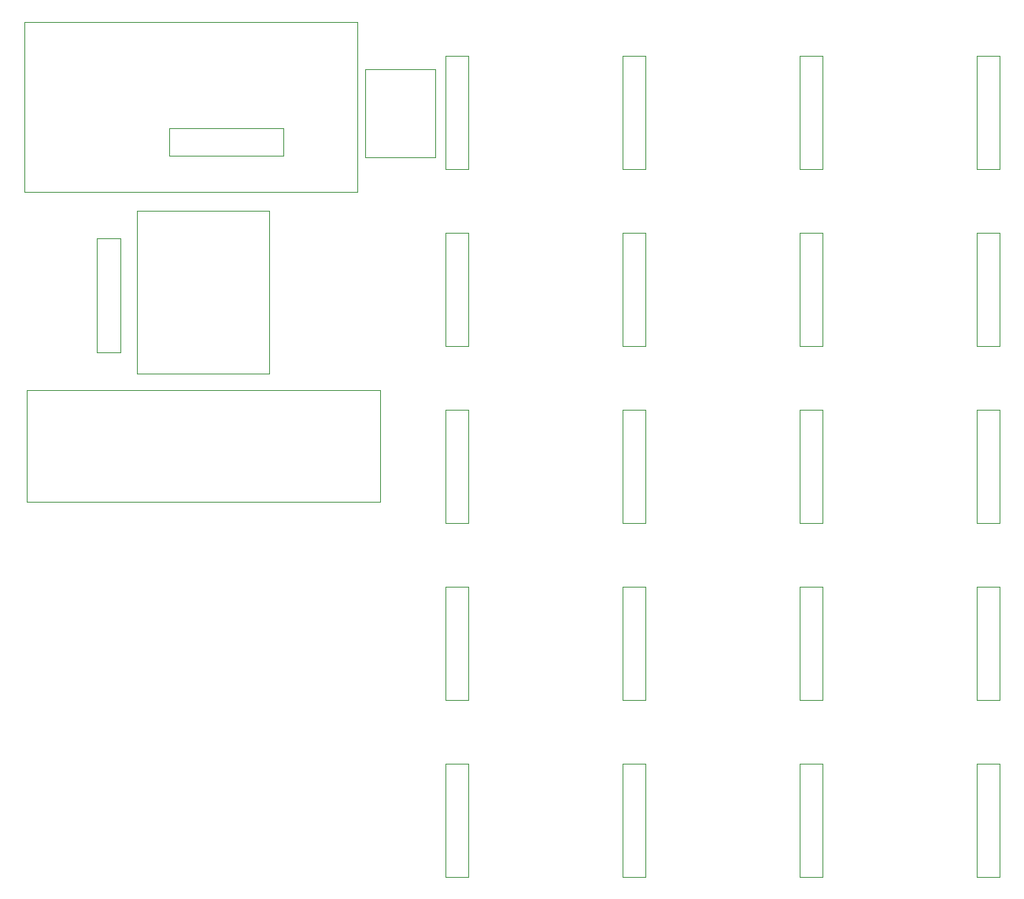
<source format=gbr>
G04 #@! TF.GenerationSoftware,KiCad,Pcbnew,(5.1.10)-1*
G04 #@! TF.CreationDate,2021-09-15T21:29:11+02:00*
G04 #@! TF.ProjectId,SheepyPad,53686565-7079-4506-9164-2e6b69636164,rev?*
G04 #@! TF.SameCoordinates,Original*
G04 #@! TF.FileFunction,Other,User*
%FSLAX46Y46*%
G04 Gerber Fmt 4.6, Leading zero omitted, Abs format (unit mm)*
G04 Created by KiCad (PCBNEW (5.1.10)-1) date 2021-09-15 21:29:11*
%MOMM*%
%LPD*%
G01*
G04 APERTURE LIST*
%ADD10C,0.040000*%
%ADD11C,0.050000*%
G04 APERTURE END LIST*
D10*
X60425000Y-85155000D02*
X60425000Y-97155000D01*
X98425000Y-85155000D02*
X60425000Y-85155000D01*
X98425000Y-97155000D02*
X98425000Y-85155000D01*
X60425000Y-97155000D02*
X98425000Y-97155000D01*
D11*
X96012000Y-45466000D02*
X96012000Y-63754000D01*
X96012000Y-45466000D02*
X60198000Y-45466000D01*
X60198000Y-63754000D02*
X96012000Y-63754000D01*
X60198000Y-63754000D02*
X60198000Y-45466000D01*
X96870000Y-59820000D02*
X96870000Y-60070000D01*
X96870000Y-60070000D02*
X97120000Y-60070000D01*
X104370000Y-59820000D02*
X104370000Y-60070000D01*
X104370000Y-60070000D02*
X104120000Y-60070000D01*
X104120000Y-50570000D02*
X104370000Y-50570000D01*
X104370000Y-50570000D02*
X104370000Y-50820000D01*
X97120000Y-50570000D02*
X96870000Y-50570000D01*
X96870000Y-50570000D02*
X96870000Y-50820000D01*
X104370000Y-50820000D02*
X104370000Y-59820000D01*
X97120000Y-50570000D02*
X104120000Y-50570000D01*
X96870000Y-59820000D02*
X96870000Y-50820000D01*
X104120000Y-60070000D02*
X97120000Y-60070000D01*
X75785000Y-56920000D02*
X75785000Y-59920000D01*
X75785000Y-59920000D02*
X88045000Y-59920000D01*
X88045000Y-59920000D02*
X88045000Y-56920000D01*
X88045000Y-56920000D02*
X75785000Y-56920000D01*
X70465000Y-68800000D02*
X67965000Y-68800000D01*
X67965000Y-68800000D02*
X67965000Y-81060000D01*
X67965000Y-81060000D02*
X70465000Y-81060000D01*
X70465000Y-81060000D02*
X70465000Y-68800000D01*
X143530000Y-80425000D02*
X146030000Y-80425000D01*
X146030000Y-80425000D02*
X146030000Y-68165000D01*
X146030000Y-68165000D02*
X143530000Y-68165000D01*
X143530000Y-68165000D02*
X143530000Y-80425000D01*
X86515000Y-65810000D02*
X86515000Y-83310000D01*
X86515000Y-65810000D02*
X72315000Y-65810000D01*
X72315000Y-83310000D02*
X86515000Y-83310000D01*
X72315000Y-83310000D02*
X72315000Y-65810000D01*
X162580000Y-137575000D02*
X165080000Y-137575000D01*
X165080000Y-137575000D02*
X165080000Y-125315000D01*
X165080000Y-125315000D02*
X162580000Y-125315000D01*
X162580000Y-125315000D02*
X162580000Y-137575000D01*
X162580000Y-118525000D02*
X165080000Y-118525000D01*
X165080000Y-118525000D02*
X165080000Y-106265000D01*
X165080000Y-106265000D02*
X162580000Y-106265000D01*
X162580000Y-106265000D02*
X162580000Y-118525000D01*
X162580000Y-99475000D02*
X165080000Y-99475000D01*
X165080000Y-99475000D02*
X165080000Y-87215000D01*
X165080000Y-87215000D02*
X162580000Y-87215000D01*
X162580000Y-87215000D02*
X162580000Y-99475000D01*
X162580000Y-80425000D02*
X165080000Y-80425000D01*
X165080000Y-80425000D02*
X165080000Y-68165000D01*
X165080000Y-68165000D02*
X162580000Y-68165000D01*
X162580000Y-68165000D02*
X162580000Y-80425000D01*
X162580000Y-61375000D02*
X165080000Y-61375000D01*
X165080000Y-61375000D02*
X165080000Y-49115000D01*
X165080000Y-49115000D02*
X162580000Y-49115000D01*
X162580000Y-49115000D02*
X162580000Y-61375000D01*
X143530000Y-137575000D02*
X146030000Y-137575000D01*
X146030000Y-137575000D02*
X146030000Y-125315000D01*
X146030000Y-125315000D02*
X143530000Y-125315000D01*
X143530000Y-125315000D02*
X143530000Y-137575000D01*
X143530000Y-118525000D02*
X146030000Y-118525000D01*
X146030000Y-118525000D02*
X146030000Y-106265000D01*
X146030000Y-106265000D02*
X143530000Y-106265000D01*
X143530000Y-106265000D02*
X143530000Y-118525000D01*
X143530000Y-99475000D02*
X146030000Y-99475000D01*
X146030000Y-99475000D02*
X146030000Y-87215000D01*
X146030000Y-87215000D02*
X143530000Y-87215000D01*
X143530000Y-87215000D02*
X143530000Y-99475000D01*
X143530000Y-61375000D02*
X146030000Y-61375000D01*
X146030000Y-61375000D02*
X146030000Y-49115000D01*
X146030000Y-49115000D02*
X143530000Y-49115000D01*
X143530000Y-49115000D02*
X143530000Y-61375000D01*
X124480000Y-137575000D02*
X126980000Y-137575000D01*
X126980000Y-137575000D02*
X126980000Y-125315000D01*
X126980000Y-125315000D02*
X124480000Y-125315000D01*
X124480000Y-125315000D02*
X124480000Y-137575000D01*
X124480000Y-118525000D02*
X126980000Y-118525000D01*
X126980000Y-118525000D02*
X126980000Y-106265000D01*
X126980000Y-106265000D02*
X124480000Y-106265000D01*
X124480000Y-106265000D02*
X124480000Y-118525000D01*
X124480000Y-99475000D02*
X126980000Y-99475000D01*
X126980000Y-99475000D02*
X126980000Y-87215000D01*
X126980000Y-87215000D02*
X124480000Y-87215000D01*
X124480000Y-87215000D02*
X124480000Y-99475000D01*
X124480000Y-80425000D02*
X126980000Y-80425000D01*
X126980000Y-80425000D02*
X126980000Y-68165000D01*
X126980000Y-68165000D02*
X124480000Y-68165000D01*
X124480000Y-68165000D02*
X124480000Y-80425000D01*
X124480000Y-61375000D02*
X126980000Y-61375000D01*
X126980000Y-61375000D02*
X126980000Y-49115000D01*
X126980000Y-49115000D02*
X124480000Y-49115000D01*
X124480000Y-49115000D02*
X124480000Y-61375000D01*
X105430000Y-137575000D02*
X107930000Y-137575000D01*
X107930000Y-137575000D02*
X107930000Y-125315000D01*
X107930000Y-125315000D02*
X105430000Y-125315000D01*
X105430000Y-125315000D02*
X105430000Y-137575000D01*
X105430000Y-118525000D02*
X107930000Y-118525000D01*
X107930000Y-118525000D02*
X107930000Y-106265000D01*
X107930000Y-106265000D02*
X105430000Y-106265000D01*
X105430000Y-106265000D02*
X105430000Y-118525000D01*
X105430000Y-99475000D02*
X107930000Y-99475000D01*
X107930000Y-99475000D02*
X107930000Y-87215000D01*
X107930000Y-87215000D02*
X105430000Y-87215000D01*
X105430000Y-87215000D02*
X105430000Y-99475000D01*
X105430000Y-80425000D02*
X107930000Y-80425000D01*
X107930000Y-80425000D02*
X107930000Y-68165000D01*
X107930000Y-68165000D02*
X105430000Y-68165000D01*
X105430000Y-68165000D02*
X105430000Y-80425000D01*
X105430000Y-61375000D02*
X107930000Y-61375000D01*
X107930000Y-61375000D02*
X107930000Y-49115000D01*
X107930000Y-49115000D02*
X105430000Y-49115000D01*
X105430000Y-49115000D02*
X105430000Y-61375000D01*
M02*

</source>
